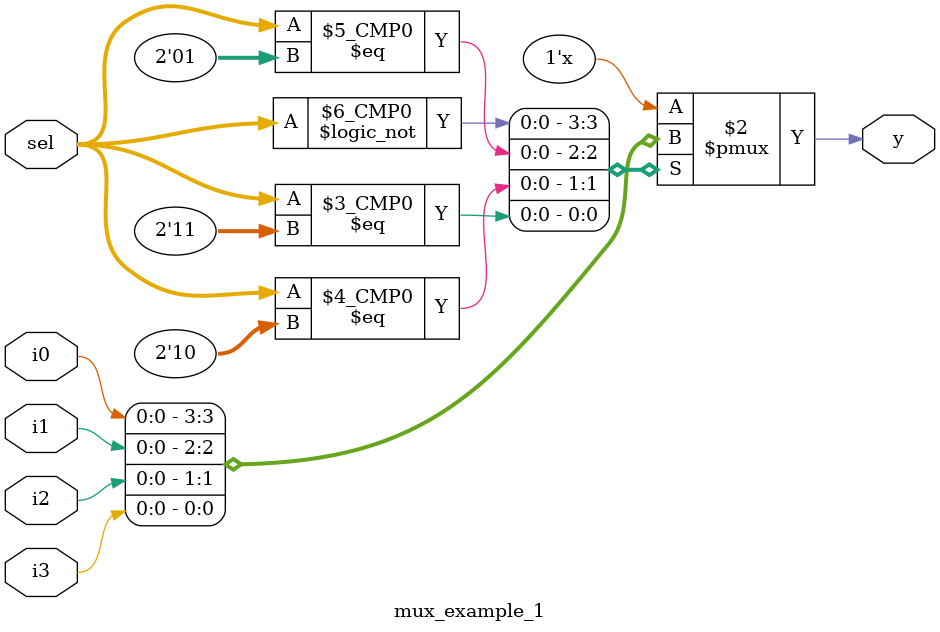
<source format=v>
module mux_example_1(
 input [1:0] sel,
 input i0,i1,i2,i3,
 output reg y);
 
 always @(*) begin
 case(sel)
 2'b00: y = i0;
 2'b01: y = i1;
 2'b10: y = i2;
 2'b11: y = i3;
 default: $display("Invalid sel input");
 endcase
 end
endmodule

</source>
